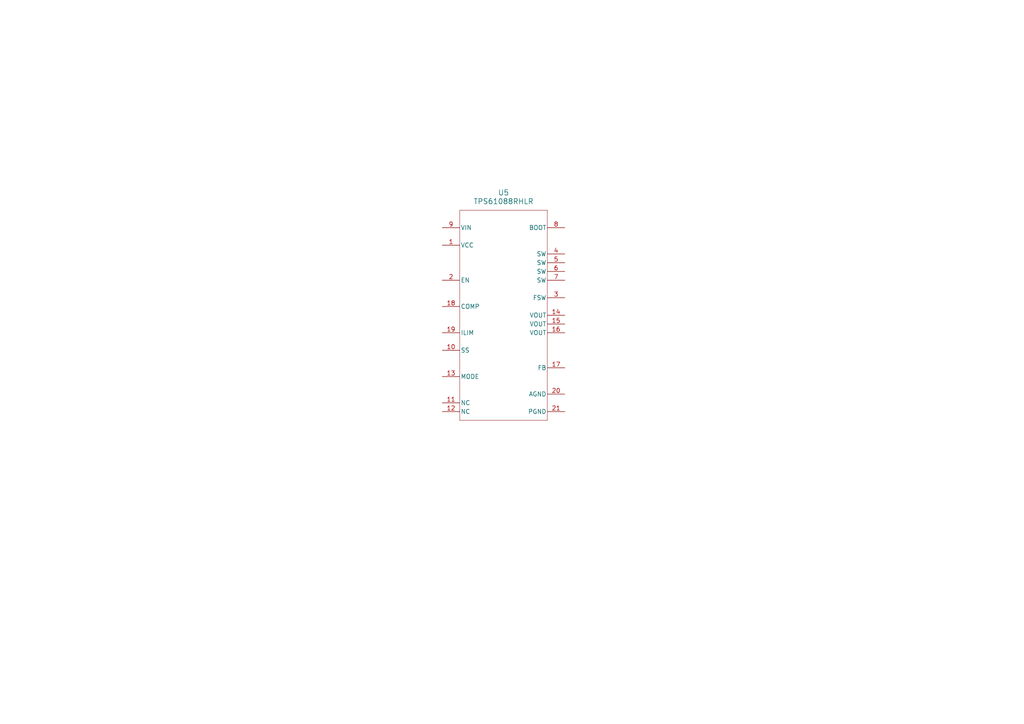
<source format=kicad_sch>
(kicad_sch (version 20231120) (generator "eeschema") (generator_version "8.0")
  (paper "A4")
  (lib_symbols
    (symbol "TPS61088RHLR:TPS61088RHLR" (pin_names (offset 0.254))
      (property "Reference" "U" (at 0 2.54 0))
      (property "Value" "TPS61088RHLR" (at 0 0 0))
      (symbol "TPS61088RHLR_0_1"
        (polyline (pts (xy -12.7 -30.48) (xy 12.7 -30.48)) (stroke (width 0.1016)))
        (polyline (pts (xy -12.7 30.48) (xy -12.7 -30.48)) (stroke (width 0.1016)))
        (polyline (pts (xy 12.7 -30.48) (xy 12.7 30.48)) (stroke (width 0.1016)))
        (polyline (pts (xy 12.7 30.48) (xy -12.7 30.48)) (stroke (width 0.1016)))
        (pin power_in line (at -17.78 20.32 0) (length 5.08) (name "VCC") (number "1"))
        (pin input line (at -17.78 -10.16 0) (length 5.08) (name "SS") (number "10"))
        (pin unspecified line (at -17.78 -25.4 0) (length 5.08) (name "NC") (number "11"))
        (pin unspecified line (at -17.78 -27.94 0) (length 5.08) (name "NC") (number "12"))
        (pin input line (at -17.78 -17.78 0) (length 5.08) (name "MODE") (number "13"))
        (pin power_in line (at 17.78 0 180) (length 5.08) (name "VOUT") (number "14"))
        (pin power_in line (at 17.78 -2.54 180) (length 5.08) (name "VOUT") (number "15"))
        (pin power_in line (at 17.78 -5.08 180) (length 5.08) (name "VOUT") (number "16"))
        (pin input line (at 17.78 -15.24 180) (length 5.08) (name "FB") (number "17"))
        (pin output line (at -17.78 2.54 0) (length 5.08) (name "COMP") (number "18"))
        (pin input line (at -17.78 -5.08 0) (length 5.08) (name "ILIM") (number "19"))
        (pin input line (at -17.78 10.16 0) (length 5.08) (name "EN") (number "2"))
        (pin power_in line (at 17.78 -22.86 180) (length 5.08) (name "AGND") (number "20"))
        (pin power_in line (at 17.78 -27.94 180) (length 5.08) (name "PGND") (number "21"))
        (pin input line (at 17.78 5.08 180) (length 5.08) (name "FSW") (number "3"))
        (pin power_in line (at 17.78 17.78 180) (length 5.08) (name "SW") (number "4"))
        (pin power_in line (at 17.78 15.24 180) (length 5.08) (name "SW") (number "5"))
        (pin power_in line (at 17.78 12.7 180) (length 5.08) (name "SW") (number "6"))
        (pin power_in line (at 17.78 10.16 180) (length 5.08) (name "SW") (number "7"))
        (pin power_in line (at 17.78 25.4 180) (length 5.08) (name "BOOT") (number "8"))
        (pin power_in line (at -17.78 25.4 0) (length 5.08) (name "VIN") (number "9"))
      )
    )
  )
  (symbol (lib_id "TPS61088RHLR:TPS61088RHLR") (at 146.05 91.44 0) (unit 1)
    (property "Reference" "U5" (at 146.05 55.88 0) (effects (font (size 1.524 1.524))))
    (property "Value" "TPS61088RHLR" (at 146.05 58.42 0) (effects (font (size 1.524 1.524))))
    (property "Footprint" "RHL0020A" (effects (hide yes)))
    (property "Datasheet" "TPS61088RHLR" (effects (hide yes)))
  )
)
</source>
